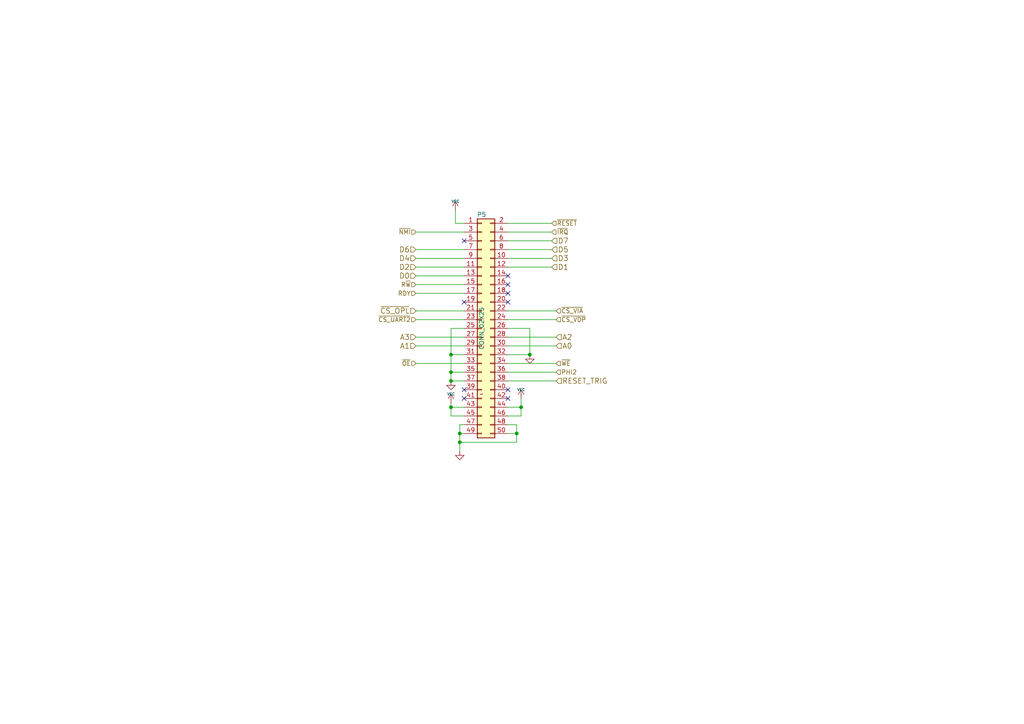
<source format=kicad_sch>
(kicad_sch (version 20211123) (generator eeschema)
  (paper "A4")
  (lib_symbols
    (symbol "Connector_Generic:Conn_02x25_Odd_Even" (pin_names (offset 1.016) hide)
      (property "Reference" "J" (at 1.27 33.02 0))
      (property "Value" "Conn_02x25_Odd_Even" (at 1.27 -33.02 0))
      (symbol "Conn_02x25_Odd_Even_1_1"
        (rectangle (start -1.27 -30.353) (end 0 -30.607) (stroke (width 0.1524)))
        (rectangle (start -1.27 -27.813) (end 0 -28.067) (stroke (width 0.1524)))
        (rectangle (start -1.27 -25.273) (end 0 -25.527) (stroke (width 0.1524)))
        (rectangle (start -1.27 -22.733) (end 0 -22.987) (stroke (width 0.1524)))
        (rectangle (start -1.27 -20.193) (end 0 -20.447) (stroke (width 0.1524)))
        (rectangle (start -1.27 -17.653) (end 0 -17.907) (stroke (width 0.1524)))
        (rectangle (start -1.27 -15.113) (end 0 -15.367) (stroke (width 0.1524)))
        (rectangle (start -1.27 -12.573) (end 0 -12.827) (stroke (width 0.1524)))
        (rectangle (start -1.27 -10.033) (end 0 -10.287) (stroke (width 0.1524)))
        (rectangle (start -1.27 -7.493) (end 0 -7.747) (stroke (width 0.1524)))
        (rectangle (start -1.27 -4.953) (end 0 -5.207) (stroke (width 0.1524)))
        (rectangle (start -1.27 -2.413) (end 0 -2.667) (stroke (width 0.1524)))
        (rectangle (start -1.27 0.127) (end 0 -0.127) (stroke (width 0.1524)))
        (rectangle (start -1.27 2.667) (end 0 2.413) (stroke (width 0.1524)))
        (rectangle (start -1.27 5.207) (end 0 4.953) (stroke (width 0.1524)))
        (rectangle (start -1.27 7.747) (end 0 7.493) (stroke (width 0.1524)))
        (rectangle (start -1.27 10.287) (end 0 10.033) (stroke (width 0.1524)))
        (rectangle (start -1.27 12.827) (end 0 12.573) (stroke (width 0.1524)))
        (rectangle (start -1.27 15.367) (end 0 15.113) (stroke (width 0.1524)))
        (rectangle (start -1.27 17.907) (end 0 17.653) (stroke (width 0.1524)))
        (rectangle (start -1.27 20.447) (end 0 20.193) (stroke (width 0.1524)))
        (rectangle (start -1.27 22.987) (end 0 22.733) (stroke (width 0.1524)))
        (rectangle (start -1.27 25.527) (end 0 25.273) (stroke (width 0.1524)))
        (rectangle (start -1.27 28.067) (end 0 27.813) (stroke (width 0.1524)))
        (rectangle (start -1.27 30.607) (end 0 30.353) (stroke (width 0.1524)))
        (rectangle (start -1.27 31.75) (end 3.81 -31.75) (stroke (width 0.254)) (fill (type background)))
        (rectangle (start 3.81 -30.353) (end 2.54 -30.607) (stroke (width 0.1524)))
        (rectangle (start 3.81 -27.813) (end 2.54 -28.067) (stroke (width 0.1524)))
        (rectangle (start 3.81 -25.273) (end 2.54 -25.527) (stroke (width 0.1524)))
        (rectangle (start 3.81 -22.733) (end 2.54 -22.987) (stroke (width 0.1524)))
        (rectangle (start 3.81 -20.193) (end 2.54 -20.447) (stroke (width 0.1524)))
        (rectangle (start 3.81 -17.653) (end 2.54 -17.907) (stroke (width 0.1524)))
        (rectangle (start 3.81 -15.113) (end 2.54 -15.367) (stroke (width 0.1524)))
        (rectangle (start 3.81 -12.573) (end 2.54 -12.827) (stroke (width 0.1524)))
        (rectangle (start 3.81 -10.033) (end 2.54 -10.287) (stroke (width 0.1524)))
        (rectangle (start 3.81 -7.493) (end 2.54 -7.747) (stroke (width 0.1524)))
        (rectangle (start 3.81 -4.953) (end 2.54 -5.207) (stroke (width 0.1524)))
        (rectangle (start 3.81 -2.413) (end 2.54 -2.667) (stroke (width 0.1524)))
        (rectangle (start 3.81 0.127) (end 2.54 -0.127) (stroke (width 0.1524)))
        (rectangle (start 3.81 2.667) (end 2.54 2.413) (stroke (width 0.1524)))
        (rectangle (start 3.81 5.207) (end 2.54 4.953) (stroke (width 0.1524)))
        (rectangle (start 3.81 7.747) (end 2.54 7.493) (stroke (width 0.1524)))
        (rectangle (start 3.81 10.287) (end 2.54 10.033) (stroke (width 0.1524)))
        (rectangle (start 3.81 12.827) (end 2.54 12.573) (stroke (width 0.1524)))
        (rectangle (start 3.81 15.367) (end 2.54 15.113) (stroke (width 0.1524)))
        (rectangle (start 3.81 17.907) (end 2.54 17.653) (stroke (width 0.1524)))
        (rectangle (start 3.81 20.447) (end 2.54 20.193) (stroke (width 0.1524)))
        (rectangle (start 3.81 22.987) (end 2.54 22.733) (stroke (width 0.1524)))
        (rectangle (start 3.81 25.527) (end 2.54 25.273) (stroke (width 0.1524)))
        (rectangle (start 3.81 28.067) (end 2.54 27.813) (stroke (width 0.1524)))
        (rectangle (start 3.81 30.607) (end 2.54 30.353) (stroke (width 0.1524)))
        (pin passive line (at -5.08 30.48 0) (length 3.81) (name "Pin_1") (number "1"))
        (pin passive line (at 7.62 20.32 180) (length 3.81) (name "Pin_10") (number "10"))
        (pin passive line (at -5.08 17.78 0) (length 3.81) (name "Pin_11") (number "11"))
        (pin passive line (at 7.62 17.78 180) (length 3.81) (name "Pin_12") (number "12"))
        (pin passive line (at -5.08 15.24 0) (length 3.81) (name "Pin_13") (number "13"))
        (pin passive line (at 7.62 15.24 180) (length 3.81) (name "Pin_14") (number "14"))
        (pin passive line (at -5.08 12.7 0) (length 3.81) (name "Pin_15") (number "15"))
        (pin passive line (at 7.62 12.7 180) (length 3.81) (name "Pin_16") (number "16"))
        (pin passive line (at -5.08 10.16 0) (length 3.81) (name "Pin_17") (number "17"))
        (pin passive line (at 7.62 10.16 180) (length 3.81) (name "Pin_18") (number "18"))
        (pin passive line (at -5.08 7.62 0) (length 3.81) (name "Pin_19") (number "19"))
        (pin passive line (at 7.62 30.48 180) (length 3.81) (name "Pin_2") (number "2"))
        (pin passive line (at 7.62 7.62 180) (length 3.81) (name "Pin_20") (number "20"))
        (pin passive line (at -5.08 5.08 0) (length 3.81) (name "Pin_21") (number "21"))
        (pin passive line (at 7.62 5.08 180) (length 3.81) (name "Pin_22") (number "22"))
        (pin passive line (at -5.08 2.54 0) (length 3.81) (name "Pin_23") (number "23"))
        (pin passive line (at 7.62 2.54 180) (length 3.81) (name "Pin_24") (number "24"))
        (pin passive line (at -5.08 0 0) (length 3.81) (name "Pin_25") (number "25"))
        (pin passive line (at 7.62 0 180) (length 3.81) (name "Pin_26") (number "26"))
        (pin passive line (at -5.08 -2.54 0) (length 3.81) (name "Pin_27") (number "27"))
        (pin passive line (at 7.62 -2.54 180) (length 3.81) (name "Pin_28") (number "28"))
        (pin passive line (at -5.08 -5.08 0) (length 3.81) (name "Pin_29") (number "29"))
        (pin passive line (at -5.08 27.94 0) (length 3.81) (name "Pin_3") (number "3"))
        (pin passive line (at 7.62 -5.08 180) (length 3.81) (name "Pin_30") (number "30"))
        (pin passive line (at -5.08 -7.62 0) (length 3.81) (name "Pin_31") (number "31"))
        (pin passive line (at 7.62 -7.62 180) (length 3.81) (name "Pin_32") (number "32"))
        (pin passive line (at -5.08 -10.16 0) (length 3.81) (name "Pin_33") (number "33"))
        (pin passive line (at 7.62 -10.16 180) (length 3.81) (name "Pin_34") (number "34"))
        (pin passive line (at -5.08 -12.7 0) (length 3.81) (name "Pin_35") (number "35"))
        (pin passive line (at 7.62 -12.7 180) (length 3.81) (name "Pin_36") (number "36"))
        (pin passive line (at -5.08 -15.24 0) (length 3.81) (name "Pin_37") (number "37"))
        (pin passive line (at 7.62 -15.24 180) (length 3.81) (name "Pin_38") (number "38"))
        (pin passive line (at -5.08 -17.78 0) (length 3.81) (name "Pin_39") (number "39"))
        (pin passive line (at 7.62 27.94 180) (length 3.81) (name "Pin_4") (number "4"))
        (pin passive line (at 7.62 -17.78 180) (length 3.81) (name "Pin_40") (number "40"))
        (pin passive line (at -5.08 -20.32 0) (length 3.81) (name "Pin_41") (number "41"))
        (pin passive line (at 7.62 -20.32 180) (length 3.81) (name "Pin_42") (number "42"))
        (pin passive line (at -5.08 -22.86 0) (length 3.81) (name "Pin_43") (number "43"))
        (pin passive line (at 7.62 -22.86 180) (length 3.81) (name "Pin_44") (number "44"))
        (pin passive line (at -5.08 -25.4 0) (length 3.81) (name "Pin_45") (number "45"))
        (pin passive line (at 7.62 -25.4 180) (length 3.81) (name "Pin_46") (number "46"))
        (pin passive line (at -5.08 -27.94 0) (length 3.81) (name "Pin_47") (number "47"))
        (pin passive line (at 7.62 -27.94 180) (length 3.81) (name "Pin_48") (number "48"))
        (pin passive line (at -5.08 -30.48 0) (length 3.81) (name "Pin_49") (number "49"))
        (pin passive line (at -5.08 25.4 0) (length 3.81) (name "Pin_5") (number "5"))
        (pin passive line (at 7.62 -30.48 180) (length 3.81) (name "Pin_50") (number "50"))
        (pin passive line (at 7.62 25.4 180) (length 3.81) (name "Pin_6") (number "6"))
        (pin passive line (at -5.08 22.86 0) (length 3.81) (name "Pin_7") (number "7"))
        (pin passive line (at 7.62 22.86 180) (length 3.81) (name "Pin_8") (number "8"))
        (pin passive line (at -5.08 20.32 0) (length 3.81) (name "Pin_9") (number "9"))
      )
    )
    (symbol "power:GND" (power) (pin_names (offset 0))
      (property "Value" "GND" (at 0 -3.81 0))
      (symbol "GND_0_1"
        (polyline (pts (xy 0 0) (xy 0 -1.27) (xy 1.27 -1.27) (xy 0 -2.54) (xy -1.27 -1.27) (xy 0 -1.27)))
      )
      (symbol "GND_1_1"
        (pin power_in line (at 0 0 270) (length 0) hide (name "GND") (number "1"))
      )
    )
    (symbol "power:VCC" (power) (pin_names (offset 0))
      (property "Value" "VCC" (at 0 3.81 0))
      (symbol "VCC_0_1"
        (polyline (pts (xy -0.762 1.27) (xy 0 2.54)))
        (polyline (pts (xy 0 0) (xy 0 2.54)))
        (polyline (pts (xy 0 2.54) (xy 0.762 1.27)))
      )
      (symbol "VCC_1_1"
        (pin power_in line (at 0 0 90) (length 0) hide (name "VCC") (number "1"))
      )
    )
  )
  (junction (at 153.67 102.87))
  (junction (at 133.35 128.27))
  (junction (at 149.86 125.73))
  (junction (at 130.81 118.11))
  (junction (at 133.35 125.73))
  (junction (at 130.81 107.95))
  (junction (at 130.81 102.87))
  (junction (at 130.81 110.49))
  (junction (at 151.13 118.11))
  (no_connect (at 147.32 80.01))
  (no_connect (at 147.32 82.55))
  (no_connect (at 134.62 87.63))
  (no_connect (at 134.62 113.03))
  (no_connect (at 147.32 85.09))
  (no_connect (at 147.32 87.63))
  (no_connect (at 134.62 69.85))
  (no_connect (at 134.62 115.57))
  (no_connect (at 147.32 115.57))
  (no_connect (at 147.32 113.03))
  (wire (pts (xy 134.62 90.17) (xy 120.65 90.17)))
  (wire (pts (xy 147.32 92.71) (xy 161.29 92.71)))
  (wire (pts (xy 130.81 118.11) (xy 130.81 120.65)))
  (wire (pts (xy 147.32 105.41) (xy 161.29 105.41)))
  (wire (pts (xy 147.32 64.77) (xy 160.02 64.77)))
  (wire (pts (xy 132.08 60.96) (xy 132.08 64.77)))
  (wire (pts (xy 147.32 95.25) (xy 153.67 95.25)))
  (wire (pts (xy 133.35 125.73) (xy 133.35 128.27)))
  (wire (pts (xy 134.62 77.47) (xy 120.65 77.47)))
  (wire (pts (xy 147.32 102.87) (xy 153.67 102.87)))
  (wire (pts (xy 147.32 118.11) (xy 151.13 118.11)))
  (wire (pts (xy 134.62 67.31) (xy 120.65 67.31)))
  (wire (pts (xy 134.62 80.01) (xy 120.65 80.01)))
  (wire (pts (xy 160.02 77.47) (xy 147.32 77.47)))
  (wire (pts (xy 149.86 128.27) (xy 133.35 128.27)))
  (wire (pts (xy 160.02 72.39) (xy 147.32 72.39)))
  (wire (pts (xy 147.32 100.33) (xy 161.29 100.33)))
  (wire (pts (xy 130.81 102.87) (xy 130.81 107.95)))
  (wire (pts (xy 160.02 74.93) (xy 147.32 74.93)))
  (wire (pts (xy 134.62 105.41) (xy 120.65 105.41)))
  (wire (pts (xy 133.35 128.27) (xy 133.35 130.81)))
  (wire (pts (xy 134.62 123.19) (xy 133.35 123.19)))
  (wire (pts (xy 147.32 90.17) (xy 161.29 90.17)))
  (wire (pts (xy 134.62 74.93) (xy 120.65 74.93)))
  (wire (pts (xy 130.81 107.95) (xy 134.62 107.95)))
  (wire (pts (xy 120.65 82.55) (xy 134.62 82.55)))
  (wire (pts (xy 147.32 110.49) (xy 161.29 110.49)))
  (wire (pts (xy 133.35 123.19) (xy 133.35 125.73)))
  (wire (pts (xy 134.62 125.73) (xy 133.35 125.73)))
  (wire (pts (xy 147.32 97.79) (xy 161.29 97.79)))
  (wire (pts (xy 130.81 95.25) (xy 130.81 102.87)))
  (wire (pts (xy 134.62 110.49) (xy 130.81 110.49)))
  (wire (pts (xy 130.81 116.84) (xy 130.81 118.11)))
  (wire (pts (xy 147.32 125.73) (xy 149.86 125.73)))
  (wire (pts (xy 151.13 118.11) (xy 151.13 120.65)))
  (wire (pts (xy 130.81 107.95) (xy 130.81 110.49)))
  (wire (pts (xy 147.32 67.31) (xy 160.02 67.31)))
  (wire (pts (xy 132.08 64.77) (xy 134.62 64.77)))
  (wire (pts (xy 149.86 125.73) (xy 149.86 128.27)))
  (wire (pts (xy 120.65 100.33) (xy 134.62 100.33)))
  (wire (pts (xy 147.32 123.19) (xy 149.86 123.19)))
  (wire (pts (xy 120.65 97.79) (xy 134.62 97.79)))
  (wire (pts (xy 151.13 115.57) (xy 151.13 118.11)))
  (wire (pts (xy 151.13 120.65) (xy 147.32 120.65)))
  (wire (pts (xy 147.32 107.95) (xy 161.29 107.95)))
  (wire (pts (xy 153.67 95.25) (xy 153.67 102.87)))
  (wire (pts (xy 147.32 69.85) (xy 160.02 69.85)))
  (wire (pts (xy 120.65 85.09) (xy 134.62 85.09)))
  (wire (pts (xy 149.86 123.19) (xy 149.86 125.73)))
  (wire (pts (xy 130.81 102.87) (xy 134.62 102.87)))
  (wire (pts (xy 134.62 118.11) (xy 130.81 118.11)))
  (wire (pts (xy 134.62 72.39) (xy 120.65 72.39)))
  (wire (pts (xy 120.65 92.71) (xy 134.62 92.71)))
  (wire (pts (xy 130.81 120.65) (xy 134.62 120.65)))
  (wire (pts (xy 130.81 95.25) (xy 134.62 95.25)))
  (hierarchical_label "D1" (shape input) (at 160.02 77.47 0) (effects (font (size 1.524 1.524))))
  (hierarchical_label "D7" (shape input) (at 160.02 69.85 0) (effects (font (size 1.524 1.524))))
  (hierarchical_label "D0" (shape input) (at 120.65 80.01 180) (effects (font (size 1.524 1.524))))
  (hierarchical_label "A2" (shape input) (at 161.29 97.79 0) (effects (font (size 1.524 1.524))))
  (hierarchical_label "~{CS_OPL}" (shape input) (at 120.65 90.17 180) (effects (font (size 1.524 1.524))))
  (hierarchical_label "~{WE}" (shape input) (at 161.29 105.41 0))
  (hierarchical_label "D4" (shape input) (at 120.65 74.93 180) (effects (font (size 1.524 1.524))))
  (hierarchical_label "PHI2" (shape input) (at 161.29 107.95 0))
  (hierarchical_label "A0" (shape input) (at 161.29 100.33 0) (effects (font (size 1.524 1.524))))
  (hierarchical_label "~{OE}" (shape input) (at 120.65 105.41 180))
  (hierarchical_label "D5" (shape input) (at 160.02 72.39 0) (effects (font (size 1.524 1.524))))
  (hierarchical_label "R~{W}" (shape input) (at 120.65 82.55 180))
  (hierarchical_label "~{CS_VDP}" (shape input) (at 161.29 92.71 0))
  (hierarchical_label "A3" (shape input) (at 120.65 97.79 180) (effects (font (size 1.524 1.524))))
  (hierarchical_label "A1" (shape input) (at 120.65 100.33 180) (effects (font (size 1.524 1.524))))
  (hierarchical_label "~{NMI}" (shape input) (at 120.65 67.31 180))
  (hierarchical_label "D3" (shape input) (at 160.02 74.93 0) (effects (font (size 1.524 1.524))))
  (hierarchical_label "~{CS_VIA}" (shape input) (at 161.29 90.17 0))
  (hierarchical_label "RESET_TRIG" (shape input) (at 161.29 110.49 0) (effects (font (size 1.524 1.524))))
  (hierarchical_label "D2" (shape input) (at 120.65 77.47 180) (effects (font (size 1.524 1.524))))
  (hierarchical_label "~{RESET}" (shape input) (at 160.02 64.77 0))
  (hierarchical_label "RDY" (shape input) (at 120.65 85.09 180))
  (hierarchical_label "~{CS_UART2}" (shape input) (at 120.65 92.71 180))
  (hierarchical_label "D6" (shape input) (at 120.65 72.39 180) (effects (font (size 1.524 1.524))))
  (hierarchical_label "~{IRQ}" (shape input) (at 160.02 67.31 0))
  (symbol (lib_id "Connector_Generic:Conn_02x25_Odd_Even") (at 139.7 95.25 0) (unit 1)
    (property "Reference" "P5" (at 139.7 62.23 0))
    (property "Value" "CONN_02X25" (at 139.7 95.25 90))
    (property "Footprint" "Connector_PinHeader_2.54mm:PinHeader_2x25_P2.54mm_Horizontal" (effects hide))
    (property "Datasheet" "~" (at 139.7 114.3 0) (effects (font (size 1.524 1.524))))
  )
  (symbol (lib_id "power:VCC") (at 132.08 60.96 0) (unit 1)
    (property "Reference" "#PWR041" (effects hide))
    (property "Value" "VCC" (at 132.08 58.42 0) (effects (font (size 0.762 0.762))))
  )
  (symbol (lib_id "power:GND") (at 133.35 130.81 0) (unit 1)
    (property "Reference" "#PWR044" (effects hide))
    (property "Value" "GND" (effects hide))
  )
  (symbol (lib_id "power:VCC") (at 151.13 115.57 0) (unit 1)
    (property "Reference" "#PWR045" (effects hide))
    (property "Value" "VCC" (at 151.13 113.03 0) (effects (font (size 0.762 0.762))))
  )
  (symbol (lib_id "power:VCC") (at 130.81 116.84 0) (unit 1)
    (property "Reference" "#PWR046" (effects hide))
    (property "Value" "VCC" (at 130.81 114.3 0) (effects (font (size 0.762 0.762))))
  )
  (symbol (lib_id "power:GND") (at 153.67 102.87 0) (unit 1)
    (property "Reference" "#PWR0123" (effects hide))
    (property "Value" "GND" (effects hide))
  )
  (symbol (lib_id "power:GND") (at 130.81 110.49 0) (unit 1)
    (property "Reference" "#PWR012" (effects hide))
    (property "Value" "GND" (effects hide))
  )
)
</source>
